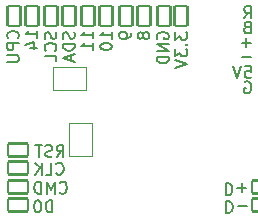
<source format=gbr>
%TF.GenerationSoftware,KiCad,Pcbnew,7.0.2-6a45011f42~172~ubuntu22.04.1*%
%TF.CreationDate,2023-06-02T20:05:51+08:00*%
%TF.ProjectId,fly2040,666c7932-3034-4302-9e6b-696361645f70,rev?*%
%TF.SameCoordinates,PX4323800PY2f1c8c0*%
%TF.FileFunction,Legend,Bot*%
%TF.FilePolarity,Positive*%
%FSLAX46Y46*%
G04 Gerber Fmt 4.6, Leading zero omitted, Abs format (unit mm)*
G04 Created by KiCad (PCBNEW 7.0.2-6a45011f42~172~ubuntu22.04.1) date 2023-06-02 20:05:51*
%MOMM*%
%LPD*%
G01*
G04 APERTURE LIST*
G04 Aperture macros list*
%AMRoundRect*
0 Rectangle with rounded corners*
0 $1 Rounding radius*
0 $2 $3 $4 $5 $6 $7 $8 $9 X,Y pos of 4 corners*
0 Add a 4 corners polygon primitive as box body*
4,1,4,$2,$3,$4,$5,$6,$7,$8,$9,$2,$3,0*
0 Add four circle primitives for the rounded corners*
1,1,$1+$1,$2,$3*
1,1,$1+$1,$4,$5*
1,1,$1+$1,$6,$7*
1,1,$1+$1,$8,$9*
0 Add four rect primitives between the rounded corners*
20,1,$1+$1,$2,$3,$4,$5,0*
20,1,$1+$1,$4,$5,$6,$7,0*
20,1,$1+$1,$6,$7,$8,$9,0*
20,1,$1+$1,$8,$9,$2,$3,0*%
%AMFreePoly0*
4,1,6,1.000000,0.000000,0.500000,-0.750000,-0.500000,-0.750000,-0.500000,0.750000,0.500000,0.750000,1.000000,0.000000,1.000000,0.000000,$1*%
%AMFreePoly1*
4,1,6,0.500000,-0.750000,-0.650000,-0.750000,-0.150000,0.000000,-0.650000,0.750000,0.500000,0.750000,0.500000,-0.750000,0.500000,-0.750000,$1*%
G04 Aperture macros list end*
%ADD10C,0.150000*%
%ADD11C,0.120000*%
%ADD12RoundRect,0.100000X-0.550000X0.850000X-0.550000X-0.850000X0.550000X-0.850000X0.550000X0.850000X0*%
%ADD13O,1.000000X1.000000*%
%ADD14RoundRect,0.100000X-0.850000X-0.550000X0.850000X-0.550000X0.850000X0.550000X-0.850000X0.550000X0*%
%ADD15R,0.500000X0.800000*%
%ADD16FreePoly0,90.000000*%
%ADD17FreePoly1,90.000000*%
%ADD18FreePoly0,180.000000*%
%ADD19FreePoly1,180.000000*%
G04 APERTURE END LIST*
D10*
X9637619Y-3521904D02*
X9637619Y-2950476D01*
X9637619Y-3236190D02*
X8637619Y-3236190D01*
X8637619Y-3236190D02*
X8780476Y-3140952D01*
X8780476Y-3140952D02*
X8875714Y-3045714D01*
X8875714Y-3045714D02*
X8923333Y-2950476D01*
X8637619Y-4140952D02*
X8637619Y-4236190D01*
X8637619Y-4236190D02*
X8685238Y-4331428D01*
X8685238Y-4331428D02*
X8732857Y-4379047D01*
X8732857Y-4379047D02*
X8828095Y-4426666D01*
X8828095Y-4426666D02*
X9018571Y-4474285D01*
X9018571Y-4474285D02*
X9256666Y-4474285D01*
X9256666Y-4474285D02*
X9447142Y-4426666D01*
X9447142Y-4426666D02*
X9542380Y-4379047D01*
X9542380Y-4379047D02*
X9590000Y-4331428D01*
X9590000Y-4331428D02*
X9637619Y-4236190D01*
X9637619Y-4236190D02*
X9637619Y-4140952D01*
X9637619Y-4140952D02*
X9590000Y-4045714D01*
X9590000Y-4045714D02*
X9542380Y-3998095D01*
X9542380Y-3998095D02*
X9447142Y-3950476D01*
X9447142Y-3950476D02*
X9256666Y-3902857D01*
X9256666Y-3902857D02*
X9018571Y-3902857D01*
X9018571Y-3902857D02*
X8828095Y-3950476D01*
X8828095Y-3950476D02*
X8732857Y-3998095D01*
X8732857Y-3998095D02*
X8685238Y-4045714D01*
X8685238Y-4045714D02*
X8637619Y-4140952D01*
X1652380Y-3509523D02*
X1700000Y-3461904D01*
X1700000Y-3461904D02*
X1747619Y-3319047D01*
X1747619Y-3319047D02*
X1747619Y-3223809D01*
X1747619Y-3223809D02*
X1700000Y-3080952D01*
X1700000Y-3080952D02*
X1604761Y-2985714D01*
X1604761Y-2985714D02*
X1509523Y-2938095D01*
X1509523Y-2938095D02*
X1319047Y-2890476D01*
X1319047Y-2890476D02*
X1176190Y-2890476D01*
X1176190Y-2890476D02*
X985714Y-2938095D01*
X985714Y-2938095D02*
X890476Y-2985714D01*
X890476Y-2985714D02*
X795238Y-3080952D01*
X795238Y-3080952D02*
X747619Y-3223809D01*
X747619Y-3223809D02*
X747619Y-3319047D01*
X747619Y-3319047D02*
X795238Y-3461904D01*
X795238Y-3461904D02*
X842857Y-3509523D01*
X1747619Y-3938095D02*
X747619Y-3938095D01*
X747619Y-3938095D02*
X747619Y-4319047D01*
X747619Y-4319047D02*
X795238Y-4414285D01*
X795238Y-4414285D02*
X842857Y-4461904D01*
X842857Y-4461904D02*
X938095Y-4509523D01*
X938095Y-4509523D02*
X1080952Y-4509523D01*
X1080952Y-4509523D02*
X1176190Y-4461904D01*
X1176190Y-4461904D02*
X1223809Y-4414285D01*
X1223809Y-4414285D02*
X1271428Y-4319047D01*
X1271428Y-4319047D02*
X1271428Y-3938095D01*
X747619Y-4938095D02*
X1557142Y-4938095D01*
X1557142Y-4938095D02*
X1652380Y-4985714D01*
X1652380Y-4985714D02*
X1700000Y-5033333D01*
X1700000Y-5033333D02*
X1747619Y-5128571D01*
X1747619Y-5128571D02*
X1747619Y-5319047D01*
X1747619Y-5319047D02*
X1700000Y-5414285D01*
X1700000Y-5414285D02*
X1652380Y-5461904D01*
X1652380Y-5461904D02*
X1557142Y-5509523D01*
X1557142Y-5509523D02*
X747619Y-5509523D01*
X13480238Y-3536904D02*
X13432619Y-3441666D01*
X13432619Y-3441666D02*
X13432619Y-3298809D01*
X13432619Y-3298809D02*
X13480238Y-3155952D01*
X13480238Y-3155952D02*
X13575476Y-3060714D01*
X13575476Y-3060714D02*
X13670714Y-3013095D01*
X13670714Y-3013095D02*
X13861190Y-2965476D01*
X13861190Y-2965476D02*
X14004047Y-2965476D01*
X14004047Y-2965476D02*
X14194523Y-3013095D01*
X14194523Y-3013095D02*
X14289761Y-3060714D01*
X14289761Y-3060714D02*
X14385000Y-3155952D01*
X14385000Y-3155952D02*
X14432619Y-3298809D01*
X14432619Y-3298809D02*
X14432619Y-3394047D01*
X14432619Y-3394047D02*
X14385000Y-3536904D01*
X14385000Y-3536904D02*
X14337380Y-3584523D01*
X14337380Y-3584523D02*
X14004047Y-3584523D01*
X14004047Y-3584523D02*
X14004047Y-3394047D01*
X14432619Y-4013095D02*
X13432619Y-4013095D01*
X13432619Y-4013095D02*
X14432619Y-4584523D01*
X14432619Y-4584523D02*
X13432619Y-4584523D01*
X14432619Y-5060714D02*
X13432619Y-5060714D01*
X13432619Y-5060714D02*
X13432619Y-5298809D01*
X13432619Y-5298809D02*
X13480238Y-5441666D01*
X13480238Y-5441666D02*
X13575476Y-5536904D01*
X13575476Y-5536904D02*
X13670714Y-5584523D01*
X13670714Y-5584523D02*
X13861190Y-5632142D01*
X13861190Y-5632142D02*
X14004047Y-5632142D01*
X14004047Y-5632142D02*
X14194523Y-5584523D01*
X14194523Y-5584523D02*
X14289761Y-5536904D01*
X14289761Y-5536904D02*
X14385000Y-5441666D01*
X14385000Y-5441666D02*
X14432619Y-5298809D01*
X14432619Y-5298809D02*
X14432619Y-5060714D01*
X19253095Y-15787380D02*
X19253095Y-16787380D01*
X19253095Y-16787380D02*
X19491190Y-16787380D01*
X19491190Y-16787380D02*
X19634047Y-16739761D01*
X19634047Y-16739761D02*
X19729285Y-16644523D01*
X19729285Y-16644523D02*
X19776904Y-16549285D01*
X19776904Y-16549285D02*
X19824523Y-16358809D01*
X19824523Y-16358809D02*
X19824523Y-16215952D01*
X19824523Y-16215952D02*
X19776904Y-16025476D01*
X19776904Y-16025476D02*
X19729285Y-15930238D01*
X19729285Y-15930238D02*
X19634047Y-15835000D01*
X19634047Y-15835000D02*
X19491190Y-15787380D01*
X19491190Y-15787380D02*
X19253095Y-15787380D01*
X20253095Y-16168333D02*
X21015000Y-16168333D01*
X20634047Y-15787380D02*
X20634047Y-16549285D01*
X4875000Y-2965476D02*
X4922619Y-3108333D01*
X4922619Y-3108333D02*
X4922619Y-3346428D01*
X4922619Y-3346428D02*
X4875000Y-3441666D01*
X4875000Y-3441666D02*
X4827380Y-3489285D01*
X4827380Y-3489285D02*
X4732142Y-3536904D01*
X4732142Y-3536904D02*
X4636904Y-3536904D01*
X4636904Y-3536904D02*
X4541666Y-3489285D01*
X4541666Y-3489285D02*
X4494047Y-3441666D01*
X4494047Y-3441666D02*
X4446428Y-3346428D01*
X4446428Y-3346428D02*
X4398809Y-3155952D01*
X4398809Y-3155952D02*
X4351190Y-3060714D01*
X4351190Y-3060714D02*
X4303571Y-3013095D01*
X4303571Y-3013095D02*
X4208333Y-2965476D01*
X4208333Y-2965476D02*
X4113095Y-2965476D01*
X4113095Y-2965476D02*
X4017857Y-3013095D01*
X4017857Y-3013095D02*
X3970238Y-3060714D01*
X3970238Y-3060714D02*
X3922619Y-3155952D01*
X3922619Y-3155952D02*
X3922619Y-3394047D01*
X3922619Y-3394047D02*
X3970238Y-3536904D01*
X4827380Y-4536904D02*
X4875000Y-4489285D01*
X4875000Y-4489285D02*
X4922619Y-4346428D01*
X4922619Y-4346428D02*
X4922619Y-4251190D01*
X4922619Y-4251190D02*
X4875000Y-4108333D01*
X4875000Y-4108333D02*
X4779761Y-4013095D01*
X4779761Y-4013095D02*
X4684523Y-3965476D01*
X4684523Y-3965476D02*
X4494047Y-3917857D01*
X4494047Y-3917857D02*
X4351190Y-3917857D01*
X4351190Y-3917857D02*
X4160714Y-3965476D01*
X4160714Y-3965476D02*
X4065476Y-4013095D01*
X4065476Y-4013095D02*
X3970238Y-4108333D01*
X3970238Y-4108333D02*
X3922619Y-4251190D01*
X3922619Y-4251190D02*
X3922619Y-4346428D01*
X3922619Y-4346428D02*
X3970238Y-4489285D01*
X3970238Y-4489285D02*
X4017857Y-4536904D01*
X4922619Y-5441666D02*
X4922619Y-4965476D01*
X4922619Y-4965476D02*
X3922619Y-4965476D01*
X21043571Y-2553809D02*
X20900714Y-2601428D01*
X20900714Y-2601428D02*
X20853095Y-2649047D01*
X20853095Y-2649047D02*
X20805476Y-2744285D01*
X20805476Y-2744285D02*
X20805476Y-2887142D01*
X20805476Y-2887142D02*
X20853095Y-2982380D01*
X20853095Y-2982380D02*
X20900714Y-3030000D01*
X20900714Y-3030000D02*
X20995952Y-3077619D01*
X20995952Y-3077619D02*
X21376904Y-3077619D01*
X21376904Y-3077619D02*
X21376904Y-2077619D01*
X21376904Y-2077619D02*
X21043571Y-2077619D01*
X21043571Y-2077619D02*
X20948333Y-2125238D01*
X20948333Y-2125238D02*
X20900714Y-2172857D01*
X20900714Y-2172857D02*
X20853095Y-2268095D01*
X20853095Y-2268095D02*
X20853095Y-2363333D01*
X20853095Y-2363333D02*
X20900714Y-2458571D01*
X20900714Y-2458571D02*
X20948333Y-2506190D01*
X20948333Y-2506190D02*
X21043571Y-2553809D01*
X21043571Y-2553809D02*
X21376904Y-2553809D01*
X19278095Y-17282380D02*
X19278095Y-18282380D01*
X19278095Y-18282380D02*
X19516190Y-18282380D01*
X19516190Y-18282380D02*
X19659047Y-18234761D01*
X19659047Y-18234761D02*
X19754285Y-18139523D01*
X19754285Y-18139523D02*
X19801904Y-18044285D01*
X19801904Y-18044285D02*
X19849523Y-17853809D01*
X19849523Y-17853809D02*
X19849523Y-17710952D01*
X19849523Y-17710952D02*
X19801904Y-17520476D01*
X19801904Y-17520476D02*
X19754285Y-17425238D01*
X19754285Y-17425238D02*
X19659047Y-17330000D01*
X19659047Y-17330000D02*
X19516190Y-17282380D01*
X19516190Y-17282380D02*
X19278095Y-17282380D01*
X20278095Y-17663333D02*
X21040000Y-17663333D01*
X21376904Y-5056666D02*
X20615000Y-5056666D01*
X5200476Y-16547380D02*
X5248095Y-16595000D01*
X5248095Y-16595000D02*
X5390952Y-16642619D01*
X5390952Y-16642619D02*
X5486190Y-16642619D01*
X5486190Y-16642619D02*
X5629047Y-16595000D01*
X5629047Y-16595000D02*
X5724285Y-16499761D01*
X5724285Y-16499761D02*
X5771904Y-16404523D01*
X5771904Y-16404523D02*
X5819523Y-16214047D01*
X5819523Y-16214047D02*
X5819523Y-16071190D01*
X5819523Y-16071190D02*
X5771904Y-15880714D01*
X5771904Y-15880714D02*
X5724285Y-15785476D01*
X5724285Y-15785476D02*
X5629047Y-15690238D01*
X5629047Y-15690238D02*
X5486190Y-15642619D01*
X5486190Y-15642619D02*
X5390952Y-15642619D01*
X5390952Y-15642619D02*
X5248095Y-15690238D01*
X5248095Y-15690238D02*
X5200476Y-15737857D01*
X4771904Y-16642619D02*
X4771904Y-15642619D01*
X4771904Y-15642619D02*
X4438571Y-16356904D01*
X4438571Y-16356904D02*
X4105238Y-15642619D01*
X4105238Y-15642619D02*
X4105238Y-16642619D01*
X3629047Y-16642619D02*
X3629047Y-15642619D01*
X3629047Y-15642619D02*
X3390952Y-15642619D01*
X3390952Y-15642619D02*
X3248095Y-15690238D01*
X3248095Y-15690238D02*
X3152857Y-15785476D01*
X3152857Y-15785476D02*
X3105238Y-15880714D01*
X3105238Y-15880714D02*
X3057619Y-16071190D01*
X3057619Y-16071190D02*
X3057619Y-16214047D01*
X3057619Y-16214047D02*
X3105238Y-16404523D01*
X3105238Y-16404523D02*
X3152857Y-16499761D01*
X3152857Y-16499761D02*
X3248095Y-16595000D01*
X3248095Y-16595000D02*
X3390952Y-16642619D01*
X3390952Y-16642619D02*
X3629047Y-16642619D01*
X21376904Y-3891666D02*
X20615000Y-3891666D01*
X20995952Y-4272619D02*
X20995952Y-3510714D01*
X4581904Y-18227619D02*
X4581904Y-17227619D01*
X4581904Y-17227619D02*
X4343809Y-17227619D01*
X4343809Y-17227619D02*
X4200952Y-17275238D01*
X4200952Y-17275238D02*
X4105714Y-17370476D01*
X4105714Y-17370476D02*
X4058095Y-17465714D01*
X4058095Y-17465714D02*
X4010476Y-17656190D01*
X4010476Y-17656190D02*
X4010476Y-17799047D01*
X4010476Y-17799047D02*
X4058095Y-17989523D01*
X4058095Y-17989523D02*
X4105714Y-18084761D01*
X4105714Y-18084761D02*
X4200952Y-18180000D01*
X4200952Y-18180000D02*
X4343809Y-18227619D01*
X4343809Y-18227619D02*
X4581904Y-18227619D01*
X3391428Y-17227619D02*
X3296190Y-17227619D01*
X3296190Y-17227619D02*
X3200952Y-17275238D01*
X3200952Y-17275238D02*
X3153333Y-17322857D01*
X3153333Y-17322857D02*
X3105714Y-17418095D01*
X3105714Y-17418095D02*
X3058095Y-17608571D01*
X3058095Y-17608571D02*
X3058095Y-17846666D01*
X3058095Y-17846666D02*
X3105714Y-18037142D01*
X3105714Y-18037142D02*
X3153333Y-18132380D01*
X3153333Y-18132380D02*
X3200952Y-18180000D01*
X3200952Y-18180000D02*
X3296190Y-18227619D01*
X3296190Y-18227619D02*
X3391428Y-18227619D01*
X3391428Y-18227619D02*
X3486666Y-18180000D01*
X3486666Y-18180000D02*
X3534285Y-18132380D01*
X3534285Y-18132380D02*
X3581904Y-18037142D01*
X3581904Y-18037142D02*
X3629523Y-17846666D01*
X3629523Y-17846666D02*
X3629523Y-17608571D01*
X3629523Y-17608571D02*
X3581904Y-17418095D01*
X3581904Y-17418095D02*
X3534285Y-17322857D01*
X3534285Y-17322857D02*
X3486666Y-17275238D01*
X3486666Y-17275238D02*
X3391428Y-17227619D01*
X12236190Y-3170952D02*
X12188571Y-3075714D01*
X12188571Y-3075714D02*
X12140952Y-3028095D01*
X12140952Y-3028095D02*
X12045714Y-2980476D01*
X12045714Y-2980476D02*
X11998095Y-2980476D01*
X11998095Y-2980476D02*
X11902857Y-3028095D01*
X11902857Y-3028095D02*
X11855238Y-3075714D01*
X11855238Y-3075714D02*
X11807619Y-3170952D01*
X11807619Y-3170952D02*
X11807619Y-3361428D01*
X11807619Y-3361428D02*
X11855238Y-3456666D01*
X11855238Y-3456666D02*
X11902857Y-3504285D01*
X11902857Y-3504285D02*
X11998095Y-3551904D01*
X11998095Y-3551904D02*
X12045714Y-3551904D01*
X12045714Y-3551904D02*
X12140952Y-3504285D01*
X12140952Y-3504285D02*
X12188571Y-3456666D01*
X12188571Y-3456666D02*
X12236190Y-3361428D01*
X12236190Y-3361428D02*
X12236190Y-3170952D01*
X12236190Y-3170952D02*
X12283809Y-3075714D01*
X12283809Y-3075714D02*
X12331428Y-3028095D01*
X12331428Y-3028095D02*
X12426666Y-2980476D01*
X12426666Y-2980476D02*
X12617142Y-2980476D01*
X12617142Y-2980476D02*
X12712380Y-3028095D01*
X12712380Y-3028095D02*
X12760000Y-3075714D01*
X12760000Y-3075714D02*
X12807619Y-3170952D01*
X12807619Y-3170952D02*
X12807619Y-3361428D01*
X12807619Y-3361428D02*
X12760000Y-3456666D01*
X12760000Y-3456666D02*
X12712380Y-3504285D01*
X12712380Y-3504285D02*
X12617142Y-3551904D01*
X12617142Y-3551904D02*
X12426666Y-3551904D01*
X12426666Y-3551904D02*
X12331428Y-3504285D01*
X12331428Y-3504285D02*
X12283809Y-3456666D01*
X12283809Y-3456666D02*
X12236190Y-3361428D01*
X8012619Y-3511904D02*
X8012619Y-2940476D01*
X8012619Y-3226190D02*
X7012619Y-3226190D01*
X7012619Y-3226190D02*
X7155476Y-3130952D01*
X7155476Y-3130952D02*
X7250714Y-3035714D01*
X7250714Y-3035714D02*
X7298333Y-2940476D01*
X8012619Y-4464285D02*
X8012619Y-3892857D01*
X8012619Y-4178571D02*
X7012619Y-4178571D01*
X7012619Y-4178571D02*
X7155476Y-4083333D01*
X7155476Y-4083333D02*
X7250714Y-3988095D01*
X7250714Y-3988095D02*
X7298333Y-3892857D01*
X11252619Y-3055714D02*
X11252619Y-3246190D01*
X11252619Y-3246190D02*
X11205000Y-3341428D01*
X11205000Y-3341428D02*
X11157380Y-3389047D01*
X11157380Y-3389047D02*
X11014523Y-3484285D01*
X11014523Y-3484285D02*
X10824047Y-3531904D01*
X10824047Y-3531904D02*
X10443095Y-3531904D01*
X10443095Y-3531904D02*
X10347857Y-3484285D01*
X10347857Y-3484285D02*
X10300238Y-3436666D01*
X10300238Y-3436666D02*
X10252619Y-3341428D01*
X10252619Y-3341428D02*
X10252619Y-3150952D01*
X10252619Y-3150952D02*
X10300238Y-3055714D01*
X10300238Y-3055714D02*
X10347857Y-3008095D01*
X10347857Y-3008095D02*
X10443095Y-2960476D01*
X10443095Y-2960476D02*
X10681190Y-2960476D01*
X10681190Y-2960476D02*
X10776428Y-3008095D01*
X10776428Y-3008095D02*
X10824047Y-3055714D01*
X10824047Y-3055714D02*
X10871666Y-3150952D01*
X10871666Y-3150952D02*
X10871666Y-3341428D01*
X10871666Y-3341428D02*
X10824047Y-3436666D01*
X10824047Y-3436666D02*
X10776428Y-3484285D01*
X10776428Y-3484285D02*
X10681190Y-3531904D01*
X15007619Y-2987857D02*
X15007619Y-3606904D01*
X15007619Y-3606904D02*
X15388571Y-3273571D01*
X15388571Y-3273571D02*
X15388571Y-3416428D01*
X15388571Y-3416428D02*
X15436190Y-3511666D01*
X15436190Y-3511666D02*
X15483809Y-3559285D01*
X15483809Y-3559285D02*
X15579047Y-3606904D01*
X15579047Y-3606904D02*
X15817142Y-3606904D01*
X15817142Y-3606904D02*
X15912380Y-3559285D01*
X15912380Y-3559285D02*
X15960000Y-3511666D01*
X15960000Y-3511666D02*
X16007619Y-3416428D01*
X16007619Y-3416428D02*
X16007619Y-3130714D01*
X16007619Y-3130714D02*
X15960000Y-3035476D01*
X15960000Y-3035476D02*
X15912380Y-2987857D01*
X15912380Y-4035476D02*
X15960000Y-4083095D01*
X15960000Y-4083095D02*
X16007619Y-4035476D01*
X16007619Y-4035476D02*
X15960000Y-3987857D01*
X15960000Y-3987857D02*
X15912380Y-4035476D01*
X15912380Y-4035476D02*
X16007619Y-4035476D01*
X15007619Y-4416428D02*
X15007619Y-5035475D01*
X15007619Y-5035475D02*
X15388571Y-4702142D01*
X15388571Y-4702142D02*
X15388571Y-4844999D01*
X15388571Y-4844999D02*
X15436190Y-4940237D01*
X15436190Y-4940237D02*
X15483809Y-4987856D01*
X15483809Y-4987856D02*
X15579047Y-5035475D01*
X15579047Y-5035475D02*
X15817142Y-5035475D01*
X15817142Y-5035475D02*
X15912380Y-4987856D01*
X15912380Y-4987856D02*
X15960000Y-4940237D01*
X15960000Y-4940237D02*
X16007619Y-4844999D01*
X16007619Y-4844999D02*
X16007619Y-4559285D01*
X16007619Y-4559285D02*
X15960000Y-4464047D01*
X15960000Y-4464047D02*
X15912380Y-4416428D01*
X15007619Y-5321190D02*
X16007619Y-5654523D01*
X16007619Y-5654523D02*
X15007619Y-5987856D01*
X20853095Y-7200238D02*
X20948333Y-7152619D01*
X20948333Y-7152619D02*
X21091190Y-7152619D01*
X21091190Y-7152619D02*
X21234047Y-7200238D01*
X21234047Y-7200238D02*
X21329285Y-7295476D01*
X21329285Y-7295476D02*
X21376904Y-7390714D01*
X21376904Y-7390714D02*
X21424523Y-7581190D01*
X21424523Y-7581190D02*
X21424523Y-7724047D01*
X21424523Y-7724047D02*
X21376904Y-7914523D01*
X21376904Y-7914523D02*
X21329285Y-8009761D01*
X21329285Y-8009761D02*
X21234047Y-8105000D01*
X21234047Y-8105000D02*
X21091190Y-8152619D01*
X21091190Y-8152619D02*
X20995952Y-8152619D01*
X20995952Y-8152619D02*
X20853095Y-8105000D01*
X20853095Y-8105000D02*
X20805476Y-8057380D01*
X20805476Y-8057380D02*
X20805476Y-7724047D01*
X20805476Y-7724047D02*
X20995952Y-7724047D01*
X3322619Y-3436904D02*
X3322619Y-2865476D01*
X3322619Y-3151190D02*
X2322619Y-3151190D01*
X2322619Y-3151190D02*
X2465476Y-3055952D01*
X2465476Y-3055952D02*
X2560714Y-2960714D01*
X2560714Y-2960714D02*
X2608333Y-2865476D01*
X2655952Y-4294047D02*
X3322619Y-4294047D01*
X2275000Y-4055952D02*
X2989285Y-3817857D01*
X2989285Y-3817857D02*
X2989285Y-4436904D01*
X4910476Y-14937380D02*
X4958095Y-14985000D01*
X4958095Y-14985000D02*
X5100952Y-15032619D01*
X5100952Y-15032619D02*
X5196190Y-15032619D01*
X5196190Y-15032619D02*
X5339047Y-14985000D01*
X5339047Y-14985000D02*
X5434285Y-14889761D01*
X5434285Y-14889761D02*
X5481904Y-14794523D01*
X5481904Y-14794523D02*
X5529523Y-14604047D01*
X5529523Y-14604047D02*
X5529523Y-14461190D01*
X5529523Y-14461190D02*
X5481904Y-14270714D01*
X5481904Y-14270714D02*
X5434285Y-14175476D01*
X5434285Y-14175476D02*
X5339047Y-14080238D01*
X5339047Y-14080238D02*
X5196190Y-14032619D01*
X5196190Y-14032619D02*
X5100952Y-14032619D01*
X5100952Y-14032619D02*
X4958095Y-14080238D01*
X4958095Y-14080238D02*
X4910476Y-14127857D01*
X4005714Y-15032619D02*
X4481904Y-15032619D01*
X4481904Y-15032619D02*
X4481904Y-14032619D01*
X3672380Y-15032619D02*
X3672380Y-14032619D01*
X3100952Y-15032619D02*
X3529523Y-14461190D01*
X3100952Y-14032619D02*
X3672380Y-14604047D01*
X6425000Y-2965476D02*
X6472619Y-3108333D01*
X6472619Y-3108333D02*
X6472619Y-3346428D01*
X6472619Y-3346428D02*
X6425000Y-3441666D01*
X6425000Y-3441666D02*
X6377380Y-3489285D01*
X6377380Y-3489285D02*
X6282142Y-3536904D01*
X6282142Y-3536904D02*
X6186904Y-3536904D01*
X6186904Y-3536904D02*
X6091666Y-3489285D01*
X6091666Y-3489285D02*
X6044047Y-3441666D01*
X6044047Y-3441666D02*
X5996428Y-3346428D01*
X5996428Y-3346428D02*
X5948809Y-3155952D01*
X5948809Y-3155952D02*
X5901190Y-3060714D01*
X5901190Y-3060714D02*
X5853571Y-3013095D01*
X5853571Y-3013095D02*
X5758333Y-2965476D01*
X5758333Y-2965476D02*
X5663095Y-2965476D01*
X5663095Y-2965476D02*
X5567857Y-3013095D01*
X5567857Y-3013095D02*
X5520238Y-3060714D01*
X5520238Y-3060714D02*
X5472619Y-3155952D01*
X5472619Y-3155952D02*
X5472619Y-3394047D01*
X5472619Y-3394047D02*
X5520238Y-3536904D01*
X6472619Y-3965476D02*
X5472619Y-3965476D01*
X5472619Y-3965476D02*
X5472619Y-4203571D01*
X5472619Y-4203571D02*
X5520238Y-4346428D01*
X5520238Y-4346428D02*
X5615476Y-4441666D01*
X5615476Y-4441666D02*
X5710714Y-4489285D01*
X5710714Y-4489285D02*
X5901190Y-4536904D01*
X5901190Y-4536904D02*
X6044047Y-4536904D01*
X6044047Y-4536904D02*
X6234523Y-4489285D01*
X6234523Y-4489285D02*
X6329761Y-4441666D01*
X6329761Y-4441666D02*
X6425000Y-4346428D01*
X6425000Y-4346428D02*
X6472619Y-4203571D01*
X6472619Y-4203571D02*
X6472619Y-3965476D01*
X6186904Y-4917857D02*
X6186904Y-5394047D01*
X6472619Y-4822619D02*
X5472619Y-5155952D01*
X5472619Y-5155952D02*
X6472619Y-5489285D01*
X20805476Y-1792619D02*
X21138809Y-1316428D01*
X21376904Y-1792619D02*
X21376904Y-792619D01*
X21376904Y-792619D02*
X20995952Y-792619D01*
X20995952Y-792619D02*
X20900714Y-840238D01*
X20900714Y-840238D02*
X20853095Y-887857D01*
X20853095Y-887857D02*
X20805476Y-983095D01*
X20805476Y-983095D02*
X20805476Y-1125952D01*
X20805476Y-1125952D02*
X20853095Y-1221190D01*
X20853095Y-1221190D02*
X20900714Y-1268809D01*
X20900714Y-1268809D02*
X20995952Y-1316428D01*
X20995952Y-1316428D02*
X21376904Y-1316428D01*
X4955476Y-13547619D02*
X5288809Y-13071428D01*
X5526904Y-13547619D02*
X5526904Y-12547619D01*
X5526904Y-12547619D02*
X5145952Y-12547619D01*
X5145952Y-12547619D02*
X5050714Y-12595238D01*
X5050714Y-12595238D02*
X5003095Y-12642857D01*
X5003095Y-12642857D02*
X4955476Y-12738095D01*
X4955476Y-12738095D02*
X4955476Y-12880952D01*
X4955476Y-12880952D02*
X5003095Y-12976190D01*
X5003095Y-12976190D02*
X5050714Y-13023809D01*
X5050714Y-13023809D02*
X5145952Y-13071428D01*
X5145952Y-13071428D02*
X5526904Y-13071428D01*
X4574523Y-13500000D02*
X4431666Y-13547619D01*
X4431666Y-13547619D02*
X4193571Y-13547619D01*
X4193571Y-13547619D02*
X4098333Y-13500000D01*
X4098333Y-13500000D02*
X4050714Y-13452380D01*
X4050714Y-13452380D02*
X4003095Y-13357142D01*
X4003095Y-13357142D02*
X4003095Y-13261904D01*
X4003095Y-13261904D02*
X4050714Y-13166666D01*
X4050714Y-13166666D02*
X4098333Y-13119047D01*
X4098333Y-13119047D02*
X4193571Y-13071428D01*
X4193571Y-13071428D02*
X4384047Y-13023809D01*
X4384047Y-13023809D02*
X4479285Y-12976190D01*
X4479285Y-12976190D02*
X4526904Y-12928571D01*
X4526904Y-12928571D02*
X4574523Y-12833333D01*
X4574523Y-12833333D02*
X4574523Y-12738095D01*
X4574523Y-12738095D02*
X4526904Y-12642857D01*
X4526904Y-12642857D02*
X4479285Y-12595238D01*
X4479285Y-12595238D02*
X4384047Y-12547619D01*
X4384047Y-12547619D02*
X4145952Y-12547619D01*
X4145952Y-12547619D02*
X4003095Y-12595238D01*
X3717380Y-12547619D02*
X3145952Y-12547619D01*
X3431666Y-13547619D02*
X3431666Y-12547619D01*
X20900714Y-5852619D02*
X21376904Y-5852619D01*
X21376904Y-5852619D02*
X21424523Y-6328809D01*
X21424523Y-6328809D02*
X21376904Y-6281190D01*
X21376904Y-6281190D02*
X21281666Y-6233571D01*
X21281666Y-6233571D02*
X21043571Y-6233571D01*
X21043571Y-6233571D02*
X20948333Y-6281190D01*
X20948333Y-6281190D02*
X20900714Y-6328809D01*
X20900714Y-6328809D02*
X20853095Y-6424047D01*
X20853095Y-6424047D02*
X20853095Y-6662142D01*
X20853095Y-6662142D02*
X20900714Y-6757380D01*
X20900714Y-6757380D02*
X20948333Y-6805000D01*
X20948333Y-6805000D02*
X21043571Y-6852619D01*
X21043571Y-6852619D02*
X21281666Y-6852619D01*
X21281666Y-6852619D02*
X21376904Y-6805000D01*
X21376904Y-6805000D02*
X21424523Y-6757380D01*
X20567380Y-5852619D02*
X20234047Y-6852619D01*
X20234047Y-6852619D02*
X19900714Y-5852619D01*
D11*
%TO.C,JP2*%
X5980000Y-13460000D02*
X7980000Y-13460000D01*
X7980000Y-13460000D02*
X7980000Y-10660000D01*
X5980000Y-10660000D02*
X5980000Y-13460000D01*
X7980000Y-10660000D02*
X5980000Y-10660000D01*
%TO.C,JP1*%
X7404999Y-7905000D02*
X7404999Y-5905000D01*
X7404999Y-5905000D02*
X4604999Y-5905000D01*
X4604999Y-7905000D02*
X7404999Y-7905000D01*
X4604999Y-5905000D02*
X4604999Y-7905000D01*
%TD*%
%LPC*%
D12*
%TO.C,J9*%
X9140001Y-1585000D03*
X7640001Y-1585000D03*
%TD*%
%TO.C,J10*%
X12305000Y-1585000D03*
X10805000Y-1585000D03*
%TD*%
D13*
%TO.C,J8*%
X22189248Y-1283121D03*
X22189248Y-2553121D03*
X22189248Y-3823121D03*
X22189248Y-5093121D03*
X22189248Y-6363121D03*
X22189248Y-7633121D03*
%TD*%
D12*
%TO.C,J1*%
X15495000Y-1585000D03*
X13995000Y-1585000D03*
%TD*%
D14*
%TO.C,J4*%
X1645000Y-16124999D03*
X1645000Y-17624999D03*
%TD*%
D12*
%TO.C,J2*%
X2820000Y-1585000D03*
X1320000Y-1585000D03*
%TD*%
%TO.C,J6*%
X5995000Y-1585000D03*
X4495000Y-1585000D03*
%TD*%
D14*
%TO.C,J5*%
X22335000Y-16130000D03*
X22335000Y-17630000D03*
%TD*%
%TO.C,J3*%
X1645000Y-12965000D03*
X1645000Y-14465000D03*
%TD*%
D15*
%TO.C,J12*%
X13565000Y-8130000D03*
X12565000Y-8130000D03*
X11565000Y-8130000D03*
X10565000Y-8130000D03*
X9565000Y-8130000D03*
X8565000Y-8130000D03*
%TD*%
D16*
%TO.C,JP2*%
X6980000Y-12785000D03*
D17*
X6980000Y-11335000D03*
%TD*%
D15*
%TO.C,J11*%
X15580000Y-9310000D03*
X14580000Y-9310000D03*
X13580000Y-9310000D03*
X12580000Y-9310000D03*
X11580000Y-9310000D03*
X10580000Y-9310000D03*
%TD*%
D18*
%TO.C,JP1*%
X6729999Y-6905000D03*
D19*
X5279999Y-6905000D03*
%TD*%
%LPD*%
M02*

</source>
